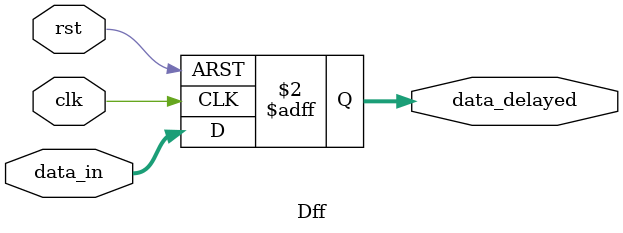
<source format=v>
`timescale 1ns / 1ps
module fir_filter(clk,rst,data_in,data_out);
input clk,rst;
input [15:0]data_in;
output reg [15:0]data_out;
wire [5:0] b0=6'b100000;
wire [5:0] b1=6'b100000;
wire [5:0] b2=6'b100000;
wire [5:0] b3=6'b100000;
wire [15:0] x1,x2,x3;
Dff Dff0(clk,rst,data_in,x1);
Dff Dff1(clk,rst,x1,x2);
Dff Dff2(clk,rst,x2,x3);
wire [15:0] s0,s1,s2,s3;
assign s0=(data_in)&b0;
assign s1=(x1&b1);
assign s2=(x2&b2);
assign s3=(x3&b3);
wire [15:0] addfinal;
assign addfinal=s0|s1|s2|s3;
always@(posedge clk)
data_out<=addfinal;
endmodule
module Dff(clk,rst,data_in,data_delayed);
input clk,rst;
input [15:0]data_in;
output reg [15:0]data_delayed;
always@(posedge clk,posedge rst)
begin
if(rst)
data_delayed<=0;
else
data_delayed<=data_in;
end
endmodule


</source>
